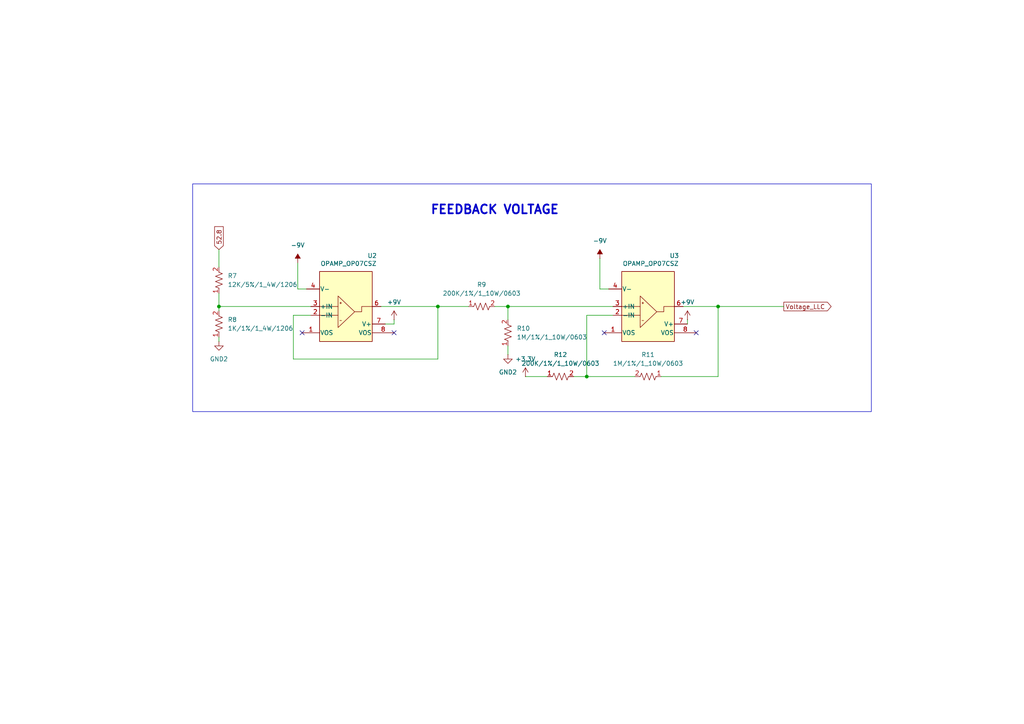
<source format=kicad_sch>
(kicad_sch (version 20231120) (generator "eeschema") (generator_version "8.0")
  (paper "A4")
  (lib_symbols
    (symbol "charge_battery_sym_lib:OPAMP_OP07CSZ" (pin_names (offset 0.127))
      (property "Reference" "U2" (at 38.862 -15.24 0))
      (property "Value" "OPAMP_OP07CSZ" (at 8.382 -2.286 0))
      (symbol "OPAMP_OP07CSZ_1_1"
        (polyline (pts (xy 0 9.144) (xy 0 9.144)))
        (polyline (pts (xy 0 10.16) (xy 5.334 10.16)))
        (polyline (pts (xy 0 12.7) (xy 5.334 12.7)))
        (polyline (pts (xy 5.842 9.144) (xy 6.35 9.144)))
        (polyline (pts (xy 5.842 14.224) (xy 6.35 14.224)))
        (polyline (pts (xy 6.096 8.89) (xy 6.096 8.89)))
        (polyline (pts (xy 6.096 8.89) (xy 6.096 9.398)))
        (polyline (pts (xy 6.096 9.398) (xy 6.096 9.398)))
        (polyline (pts (xy 10.16 11.684) (xy 12.192 11.684) (xy 12.192 10.16) (xy 15.24 10.16)))
        (polyline (pts (xy 5.334 16.256) (xy 5.334 7.112) (xy 10.16 11.684) (xy 5.334 16.256) (xy 5.334 15.24)))
        (rectangle (start 0 20.32) (end 15.24 0) (stroke (width 0.2)) (fill (type background)))
        (pin power_in line (at -5.08 17.78 0) (length 5.08) (name "VOS") (number "1"))
        (pin input line (at -2.54 12.7 0) (length 2.54) (name "-IN") (number "2"))
        (pin input line (at -2.54 10.16 0) (length 2.54) (name "+IN") (number "3"))
        (pin power_in line (at -3.81 5.08 0) (length 3.81) (name "V-") (number "4"))
        (pin no_connect line (at 17.78 5.08 180) (length 2.54) hide (name "NC") (number "5"))
        (pin output line (at 17.78 10.16 180) (length 2.54) (name "~") (number "6"))
        (pin power_in line (at 19.05 15.24 180) (length 3.81) (name "V+") (number "7"))
        (pin power_in line (at 21.59 17.78 180) (length 6.35) (name "VOS") (number "8"))
      )
    )
    (symbol "charge_battery_sym_lib:Res_10K_0603_1%"
      (property "Reference" "R" (at 1.27 10.16 0))
      (property "Value" "10K/1%/1_10W" (at 2.54 3.81 0))
      (symbol "Res_10K_0603_1%_0_1"
        (polyline (pts (xy 0 6.35) (xy -0.254 6.35)))
        (polyline (pts (xy 4.572 6.35) (xy 4.826 6.35)))
        (polyline (pts (xy 0 6.35) (xy 0.381 7.366) (xy 0.762 6.35) (xy 1.143 5.334) (xy 1.524 6.35)))
        (polyline (pts (xy 1.524 6.35) (xy 1.905 7.366) (xy 2.286 6.35) (xy 2.667 5.334) (xy 3.048 6.35)))
        (polyline (pts (xy 3.048 6.35) (xy 3.429 7.366) (xy 3.81 6.35) (xy 4.191 5.334) (xy 4.572 6.35)))
      )
      (symbol "Res_10K_0603_1%_1_1"
        (pin passive line (at -1.524 6.35 0) (length 1.27) (name "~") (number "1"))
        (pin passive line (at 6.096 6.35 180) (length 1.27) (name "~") (number "2"))
      )
    )
    (symbol "charge_battery_sym_lib:Res_200K_0603_1%"
      (property "Reference" "R" (at 0 -3.81 0))
      (property "Value" "200K/1%/1_10W" (at 1.27 -8.89 0))
      (symbol "Res_200K_0603_1%_0_1"
        (polyline (pts (xy -1.016 -6.35) (xy -1.27 -6.35)))
        (polyline (pts (xy 3.556 -6.35) (xy 3.81 -6.35)))
        (polyline (pts (xy -1.016 -6.35) (xy -0.635 -5.334) (xy -0.254 -6.35) (xy 0.127 -7.366) (xy 0.508 -6.35)))
        (polyline (pts (xy 0.508 -6.35) (xy 0.889 -5.334) (xy 1.27 -6.35) (xy 1.651 -7.366) (xy 2.032 -6.35)))
        (polyline (pts (xy 2.032 -6.35) (xy 2.413 -5.334) (xy 2.794 -6.35) (xy 3.175 -7.366) (xy 3.556 -6.35)))
      )
      (symbol "Res_200K_0603_1%_1_1"
        (pin passive line (at -2.54 -6.35 0) (length 1.27) (name "~") (number "1"))
        (pin passive line (at 5.08 -6.35 180) (length 1.27) (name "~") (number "2"))
      )
    )
    (symbol "power:+3.3V" (power) (pin_numbers hide) (pin_names (offset 0) hide)
      (property "Value" "+3.3V" (at 0 3.556 0))
      (symbol "+3.3V_0_1"
        (polyline (pts (xy -0.762 1.27) (xy 0 2.54)))
        (polyline (pts (xy 0 0) (xy 0 2.54)))
        (polyline (pts (xy 0 2.54) (xy 0.762 1.27)))
      )
      (symbol "+3.3V_1_1"
        (pin power_in line (at 0 0 90) (length 0) (name "~") (number "1"))
      )
    )
    (symbol "power:+9V" (power) (pin_numbers hide) (pin_names (offset 0) hide)
      (property "Value" "+9V" (at 0 3.556 0))
      (symbol "+9V_0_1"
        (polyline (pts (xy -0.762 1.27) (xy 0 2.54)))
        (polyline (pts (xy 0 0) (xy 0 2.54)))
        (polyline (pts (xy 0 2.54) (xy 0.762 1.27)))
      )
      (symbol "+9V_1_1"
        (pin power_in line (at 0 0 90) (length 0) (name "~") (number "1"))
      )
    )
    (symbol "power:-9V" (power) (pin_numbers hide) (pin_names (offset 0) hide)
      (property "Value" "-9V" (at 0 3.556 0))
      (symbol "-9V_0_1"
        (polyline (pts (xy 0 0) (xy 0 2.54)))
        (polyline (pts (xy 0.762 1.27) (xy -0.762 1.27) (xy 0 2.54) (xy 0.762 1.27)) (fill (type outline)))
      )
      (symbol "-9V_1_1"
        (pin power_in line (at 0 0 90) (length 0) (name "~") (number "1"))
      )
    )
    (symbol "power:GND2" (power) (pin_numbers hide) (pin_names (offset 0) hide)
      (property "Value" "GND2" (at 0 -3.81 0))
      (symbol "GND2_0_1"
        (polyline (pts (xy 0 0) (xy 0 -1.27) (xy 1.27 -1.27) (xy 0 -2.54) (xy -1.27 -1.27) (xy 0 -1.27)))
      )
      (symbol "GND2_1_1"
        (pin power_in line (at 0 0 270) (length 0) (name "~") (number "1"))
      )
    )
  )
  (junction (at 170.18 109.22))
  (junction (at 208.28 88.9))
  (junction (at 147.32 88.9))
  (junction (at 127 88.9))
  (junction (at 63.5 88.9))
  (no_connect (at 87.63 96.52))
  (no_connect (at 114.3 96.52))
  (no_connect (at 201.93 96.52))
  (no_connect (at 175.26 96.52))
  (wire (pts (xy 170.18 91.44) (xy 170.18 109.22)))
  (wire (pts (xy 127 88.9) (xy 135.89 88.9)))
  (wire (pts (xy 147.32 92.71) (xy 147.32 88.9)))
  (wire (pts (xy 85.09 104.14) (xy 85.09 91.44)))
  (wire (pts (xy 114.3 93.98) (xy 111.76 93.98)))
  (wire (pts (xy 191.77 109.22) (xy 208.28 109.22)))
  (wire (pts (xy 199.39 92.71) (xy 199.39 93.98)))
  (wire (pts (xy 173.99 74.93) (xy 173.99 83.82)))
  (wire (pts (xy 170.18 109.22) (xy 184.15 109.22)))
  (wire (pts (xy 143.51 88.9) (xy 147.32 88.9)))
  (wire (pts (xy 63.5 88.9) (xy 63.5 90.17)))
  (wire (pts (xy 147.32 102.87) (xy 147.32 100.33)))
  (wire (pts (xy 173.99 83.82) (xy 176.53 83.82)))
  (wire (pts (xy 63.5 72.39) (xy 63.5 77.47)))
  (wire (pts (xy 63.5 99.06) (xy 63.5 97.79)))
  (wire (pts (xy 177.8 91.44) (xy 170.18 91.44)))
  (wire (pts (xy 110.49 88.9) (xy 127 88.9)))
  (wire (pts (xy 114.3 92.71) (xy 114.3 93.98)))
  (wire (pts (xy 63.5 85.09) (xy 63.5 88.9)))
  (wire (pts (xy 152.4 109.22) (xy 158.75 109.22)))
  (wire (pts (xy 198.12 88.9) (xy 208.28 88.9)))
  (wire (pts (xy 86.36 83.82) (xy 88.9 83.82)))
  (wire (pts (xy 85.09 91.44) (xy 90.17 91.44)))
  (wire (pts (xy 90.17 88.9) (xy 63.5 88.9)))
  (wire (pts (xy 127 104.14) (xy 85.09 104.14)))
  (wire (pts (xy 127 88.9) (xy 127 104.14)))
  (wire (pts (xy 208.28 88.9) (xy 227.33 88.9)))
  (wire (pts (xy 208.28 109.22) (xy 208.28 88.9)))
  (wire (pts (xy 166.37 109.22) (xy 170.18 109.22)))
  (wire (pts (xy 147.32 88.9) (xy 177.8 88.9)))
  (wire (pts (xy 86.36 76.2) (xy 86.36 83.82)))
  (rectangle (start 55.88 53.34) (end 252.73 119.38))
  (text "FEEDBACK VOLTAGE" (at 143.51 60.96 0) (effects (font (size 2.54 2.54) (bold yes))))
  (global_label "Voltage_LLC" (shape output) (at 227.33 88.9 0) (property "Intersheetrefs" "${INTERSHEET_REFS}" (effects (hide yes))))
  (global_label "52.8" (shape input) (at 63.5 72.39 90) (property "Intersheetrefs" "${INTERSHEET_REFS}" (effects (hide yes))))
  (symbol (lib_id "charge_battery_sym_lib:Res_200K_0603_1%") (at 189.23 115.57 180) (unit 1)
    (property "Reference" "R11" (at 187.96 102.87 0))
    (property "Value" "1M/1%/1_10W/0603" (at 187.96 105.41 0))
    (property "Footprint" "Resistor_SMD:R_0603_1608Metric" (effects (hide yes)))
    (property "Datasheet" "https://fscdn.rohm.com/en/products/databook/datasheet/passive/resistor/chip_resistor/esr-e.pdf" (effects (hide yes)))
    (property "Description" "Res 1M KOhm 0603 1%" (effects (hide yes)))
    (property "Supply name" "Thegioiic" (effects (hide yes)))
    (property "Supply part number" "Điện Trở 1 MOhm 0603 1%" (effects (hide yes)))
    (property "Supply URL" "https://www.thegioiic.com/dien-tro-1-mohm-0603-1-" (effects (hide yes)))
  )
  (symbol (lib_id "charge_battery_sym_lib:Res_200K_0603_1%") (at 138.43 82.55 0) (unit 1)
    (property "Reference" "R9" (at 139.7 82.55 0))
    (property "Value" "200K/1%/1_10W/0603" (at 139.7 85.09 0))
    (property "Footprint" "charge_battery_footprint_lib:Res_200K_0603" (effects (hide yes)))
    (property "Datasheet" "https://fscdn.rohm.com/en/products/databook/datasheet/passive/resistor/chip_resistor/esr-e.pdf" (effects (hide yes)))
    (property "Description" "Res 200 KOhm 0603 1%" (effects (hide yes)))
    (property "Supply name" "Thegioiic" (effects (hide yes)))
    (property "Supply part number" "Điện Trở 200 KOhm 0603 1%" (effects (hide yes)))
    (property "Supply URL" "https://www.thegioiic.com/dien-tro-200-kohm-0603-1-" (effects (hide yes)))
  )
  (symbol (lib_id "charge_battery_sym_lib:Res_200K_0603_1%") (at 140.97 97.79 90) (unit 1)
    (property "Reference" "R10" (at 149.86 95.2499 90) (effects (justify right)))
    (property "Value" "1M/1%/1_10W/0603" (at 149.86 97.7899 90) (effects (justify right)))
    (property "Footprint" "Resistor_SMD:R_0603_1608Metric" (effects (hide yes)))
    (property "Datasheet" "https://fscdn.rohm.com/en/products/databook/datasheet/passive/resistor/chip_resistor/esr-e.pdf" (effects (hide yes)))
    (property "Description" "Res 1M KOhm 0603 1%" (effects (hide yes)))
    (property "Supply name" "Thegioiic" (effects (hide yes)))
    (property "Supply part number" "Điện Trở 1 MOhm 0603 1%" (effects (hide yes)))
    (property "Supply URL" "https://www.thegioiic.com/dien-tro-1-mohm-0603-1-" (effects (hide yes)))
  )
  (symbol (lib_id "power:+3.3V") (at 152.4 109.22 0) (unit 1)
    (property "Reference" "#PWR010" (effects (hide yes)))
    (property "Value" "+3.3V" (at 152.4 104.14 0))
    (property "Description" "Power symbol creates a global label with name \"+3.3V\"" (effects (hide yes)))
  )
  (symbol (lib_id "charge_battery_sym_lib:OPAMP_OP07CSZ") (at 92.71 78.74 0) (mirror x) (unit 1)
    (property "Reference" "U2" (at 107.95 74.168 0))
    (property "Value" "OPAMP_OP07CSZ" (at 101.092 76.454 0))
    (property "Footprint" "charge_battery_footprint_lib:OPAMP_OP07CSZ" (effects (hide yes)))
    (property "Datasheet" "https://www.analog.com/media/en/technical-documentation/data-sheets/OP07.pdf" (effects (hide yes)))
    (property "Description" "OP07CSZ IC OPAMP General Purpose Amplifier 1 Circuit 600Khz, 8-SOIC" (effects (hide yes)))
    (property "Supply name " "Thegioiic" (effects (hide yes)))
    (property "Supply part number" "OP07CSZ IC OPAMP General Purpose Amplifier" (effects (hide yes)))
    (property "Supply URL" "https://www.thegioiic.com/op07csz-ic-opamp-general-purpose-amplifier-1-circuit-600khz-8-soic" (effects (hide yes)))
  )
  (symbol (lib_id "power:GND2") (at 63.5 99.06 0) (unit 1)
    (property "Reference" "#PWR06" (effects (hide yes)))
    (property "Value" "GND2" (at 63.5 104.14 0))
    (property "Description" "Power symbol creates a global label with name \"GND2\" , ground" (effects (hide yes)))
  )
  (symbol (lib_id "power:GND2") (at 147.32 102.87 0) (unit 1)
    (property "Reference" "#PWR09" (effects (hide yes)))
    (property "Value" "GND2" (at 147.32 107.95 0))
    (property "Description" "Power symbol creates a global label with name \"GND2\" , ground" (effects (hide yes)))
  )
  (symbol (lib_id "power:+9V") (at 114.3 92.71 0) (unit 1)
    (property "Reference" "#PWR08" (effects (hide yes)))
    (property "Value" "+9V" (at 114.3 87.63 0))
    (property "Description" "Power symbol creates a global label with name \"+9V\"" (effects (hide yes)))
  )
  (symbol (lib_id "power:-9V") (at 173.99 74.93 0) (unit 1)
    (property "Reference" "#PWR011" (effects (hide yes)))
    (property "Value" "-9V" (at 173.99 69.85 0))
    (property "Description" "Power symbol creates a global label with name \"-9V\"" (effects (hide yes)))
  )
  (symbol (lib_id "charge_battery_sym_lib:Res_200K_0603_1%") (at 161.29 102.87 0) (unit 1)
    (property "Reference" "R12" (at 162.56 102.87 0))
    (property "Value" "200K/1%/1_10W/0603" (at 162.56 105.41 0))
    (property "Footprint" "charge_battery_footprint_lib:Res_200K_0603" (effects (hide yes)))
    (property "Datasheet" "https://fscdn.rohm.com/en/products/databook/datasheet/passive/resistor/chip_resistor/esr-e.pdf" (effects (hide yes)))
    (property "Description" "Res 200 KOhm 0603 1%" (effects (hide yes)))
    (property "Supply name" "Thegioiic" (effects (hide yes)))
    (property "Supply part number" "Điện Trở 200 KOhm 0603 1%" (effects (hide yes)))
    (property "Supply URL" "https://www.thegioiic.com/dien-tro-200-kohm-0603-1-" (effects (hide yes)))
  )
  (symbol (lib_id "power:+9V") (at 199.39 92.71 0) (unit 1)
    (property "Reference" "#PWR012" (effects (hide yes)))
    (property "Value" "+9V" (at 199.39 87.63 0))
    (property "Description" "Power symbol creates a global label with name \"+9V\"" (effects (hide yes)))
  )
  (symbol (lib_id "charge_battery_sym_lib:Res_10K_0603_1%") (at 69.85 96.266 90) (unit 1)
    (property "Reference" "R8" (at 66.04 92.7099 90) (effects (justify right)))
    (property "Value" "1K/1%/1_4W/1206" (at 66.04 95.2499 90) (effects (justify right)))
    (property "Footprint" "Resistor_SMD:R_1206_3216Metric" (effects (hide yes)))
    (property "Datasheet" "https://fscdn.rohm.com/en/products/databook/datasheet/passive/resistor/chip_resistor/esr-e.pdf" (effects (hide yes)))
    (property "Description" "Res 1 KOhm 1206 1%" (effects (hide yes)))
    (property "Supply name" "Thegioiic" (effects (hide yes)))
    (property "Supply part number" "Điện Trở 1 KOhm 1206 1%" (effects (hide yes)))
    (property "Supply URL" "https://www.thegioiic.com/dien-tro-1-kohm-1206-1-" (effects (hide yes)))
  )
  (symbol (lib_id "power:-9V") (at 86.36 76.2 0) (unit 1)
    (property "Reference" "#PWR07" (effects (hide yes)))
    (property "Value" "-9V" (at 86.36 71.12 0))
    (property "Description" "Power symbol creates a global label with name \"-9V\"" (effects (hide yes)))
  )
  (symbol (lib_id "charge_battery_sym_lib:OPAMP_OP07CSZ") (at 180.34 78.74 0) (mirror x) (unit 1)
    (property "Reference" "U3" (at 195.58 74.168 0))
    (property "Value" "OPAMP_OP07CSZ" (at 188.722 76.454 0))
    (property "Footprint" "charge_battery_footprint_lib:OPAMP_OP07CSZ" (effects (hide yes)))
    (property "Datasheet" "https://www.analog.com/media/en/technical-documentation/data-sheets/OP07.pdf" (effects (hide yes)))
    (property "Description" "OP07CSZ IC OPAMP General Purpose Amplifier 1 Circuit 600Khz, 8-SOIC" (effects (hide yes)))
    (property "Supply name " "Thegioiic" (effects (hide yes)))
    (property "Supply part number" "OP07CSZ IC OPAMP General Purpose Amplifier" (effects (hide yes)))
    (property "Supply URL" "https://www.thegioiic.com/op07csz-ic-opamp-general-purpose-amplifier-1-circuit-600khz-8-soic" (effects (hide yes)))
  )
  (symbol (lib_id "charge_battery_sym_lib:Res_200K_0603_1%") (at 57.15 82.55 90) (unit 1)
    (property "Reference" "R7" (at 66.04 80.0099 90) (effects (justify right)))
    (property "Value" "12K/5%/1_4W/1206" (at 66.04 82.5499 90) (effects (justify right)))
    (property "Footprint" "Resistor_SMD:R_1206_3216Metric" (effects (hide yes)))
    (property "Description" "Res 12 KOhm 1206 5%" (effects (hide yes)))
    (property "Supply name" "Thegioiic" (effects (hide yes)))
    (property "Supply part number" "Điện Trở 12 KOhm 1206 5%" (effects (hide yes)))
    (property "Supply URL" "https://www.thegioiic.com/dien-tro-12-kohm-1206-5-" (effects (hide yes)))
  )
)
</source>
